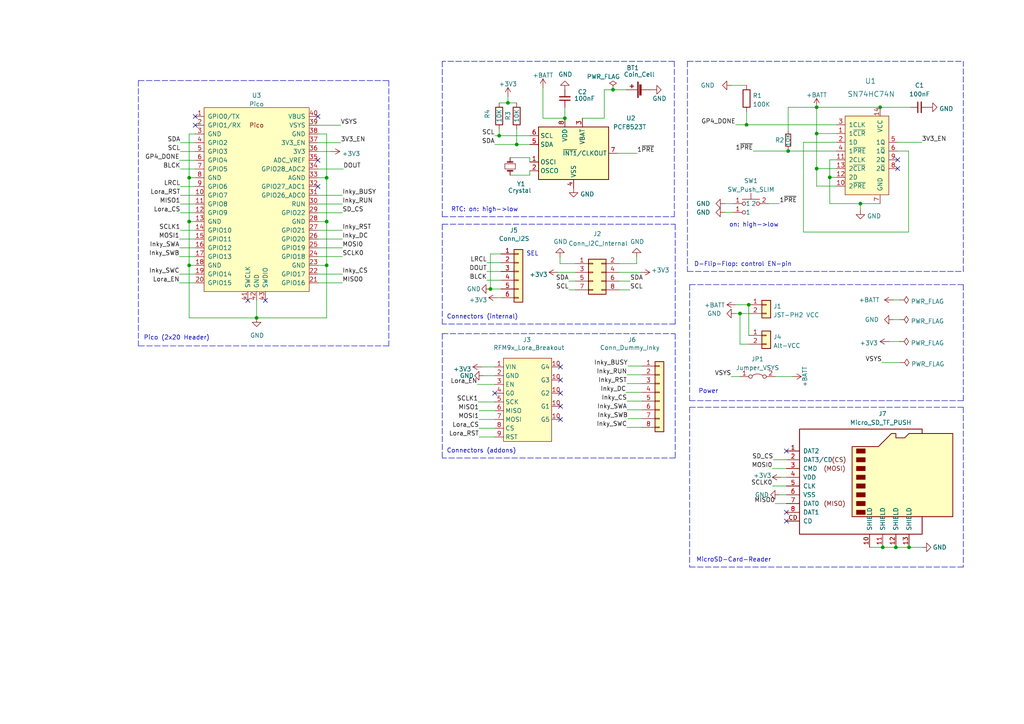
<source format=kicad_sch>
(kicad_sch (version 20211123) (generator eeschema)
  (paper "A4")
  (title_block (title "pico-datalogger") (date "2023-05-12") (rev "0.9") (company "Bernhard Bablok") (comment 1 "https://github.com/bablokb/pcb-pico-datalogger") (comment 2 "https://opendeved.net"))
  (lib_symbols
    (symbol "Connector_Generic:Conn_01x02" (pin_names (offset 1.016) hide)
      (property "Reference" "J" (at 0 2.54 0))
      (property "Value" "Conn_01x02" (at 0 -5.08 0))
      (symbol "Conn_01x02_1_1"
        (rectangle (start -1.27 -2.413) (end 0 -2.667) (stroke (width 0.1524)))
        (rectangle (start -1.27 0.127) (end 0 -0.127) (stroke (width 0.1524)))
        (rectangle (start -1.27 1.27) (end 1.27 -3.81) (stroke (width 0.254)) (fill (type background)))
        (pin passive line (at -5.08 0 0) (length 3.81) (name "Pin_1") (number "1"))
        (pin passive line (at -5.08 -2.54 0) (length 3.81) (name "Pin_2") (number "2"))
      )
    )
    (symbol "Connector_Generic:Conn_01x06" (pin_names (offset 1.016) hide)
      (property "Reference" "J" (at 0 7.62 0))
      (property "Value" "Conn_01x06" (at 0 -10.16 0))
      (symbol "Conn_01x06_1_1"
        (rectangle (start -1.27 -7.493) (end 0 -7.747) (stroke (width 0.1524)))
        (rectangle (start -1.27 -4.953) (end 0 -5.207) (stroke (width 0.1524)))
        (rectangle (start -1.27 -2.413) (end 0 -2.667) (stroke (width 0.1524)))
        (rectangle (start -1.27 0.127) (end 0 -0.127) (stroke (width 0.1524)))
        (rectangle (start -1.27 2.667) (end 0 2.413) (stroke (width 0.1524)))
        (rectangle (start -1.27 5.207) (end 0 4.953) (stroke (width 0.1524)))
        (rectangle (start -1.27 6.35) (end 1.27 -8.89) (stroke (width 0.254)) (fill (type background)))
        (pin passive line (at -5.08 5.08 0) (length 3.81) (name "Pin_1") (number "1"))
        (pin passive line (at -5.08 2.54 0) (length 3.81) (name "Pin_2") (number "2"))
        (pin passive line (at -5.08 0 0) (length 3.81) (name "Pin_3") (number "3"))
        (pin passive line (at -5.08 -2.54 0) (length 3.81) (name "Pin_4") (number "4"))
        (pin passive line (at -5.08 -5.08 0) (length 3.81) (name "Pin_5") (number "5"))
        (pin passive line (at -5.08 -7.62 0) (length 3.81) (name "Pin_6") (number "6"))
      )
    )
    (symbol "Connector_Generic:Conn_01x08" (pin_names (offset 1.016) hide)
      (property "Reference" "J" (at 0 10.16 0))
      (property "Value" "Conn_01x08" (at 0 -12.7 0))
      (symbol "Conn_01x08_1_1"
        (rectangle (start -1.27 -10.033) (end 0 -10.287) (stroke (width 0.1524)))
        (rectangle (start -1.27 -7.493) (end 0 -7.747) (stroke (width 0.1524)))
        (rectangle (start -1.27 -4.953) (end 0 -5.207) (stroke (width 0.1524)))
        (rectangle (start -1.27 -2.413) (end 0 -2.667) (stroke (width 0.1524)))
        (rectangle (start -1.27 0.127) (end 0 -0.127) (stroke (width 0.1524)))
        (rectangle (start -1.27 2.667) (end 0 2.413) (stroke (width 0.1524)))
        (rectangle (start -1.27 5.207) (end 0 4.953) (stroke (width 0.1524)))
        (rectangle (start -1.27 7.747) (end 0 7.493) (stroke (width 0.1524)))
        (rectangle (start -1.27 8.89) (end 1.27 -11.43) (stroke (width 0.254)) (fill (type background)))
        (pin passive line (at -5.08 7.62 0) (length 3.81) (name "Pin_1") (number "1"))
        (pin passive line (at -5.08 5.08 0) (length 3.81) (name "Pin_2") (number "2"))
        (pin passive line (at -5.08 2.54 0) (length 3.81) (name "Pin_3") (number "3"))
        (pin passive line (at -5.08 0 0) (length 3.81) (name "Pin_4") (number "4"))
        (pin passive line (at -5.08 -2.54 0) (length 3.81) (name "Pin_5") (number "5"))
        (pin passive line (at -5.08 -5.08 0) (length 3.81) (name "Pin_6") (number "6"))
        (pin passive line (at -5.08 -7.62 0) (length 3.81) (name "Pin_7") (number "7"))
        (pin passive line (at -5.08 -10.16 0) (length 3.81) (name "Pin_8") (number "8"))
      )
    )
    (symbol "Connector_Generic:Conn_02x04_Odd_Even" (pin_names (offset 1.016) hide)
      (property "Reference" "J" (at 1.27 5.08 0))
      (property "Value" "Conn_02x04_Odd_Even" (at 1.27 -7.62 0))
      (symbol "Conn_02x04_Odd_Even_1_1"
        (rectangle (start -1.27 -4.953) (end 0 -5.207) (stroke (width 0.1524)))
        (rectangle (start -1.27 -2.413) (end 0 -2.667) (stroke (width 0.1524)))
        (rectangle (start -1.27 0.127) (end 0 -0.127) (stroke (width 0.1524)))
        (rectangle (start -1.27 2.667) (end 0 2.413) (stroke (width 0.1524)))
        (rectangle (start -1.27 3.81) (end 3.81 -6.35) (stroke (width 0.254)) (fill (type background)))
        (rectangle (start 3.81 -4.953) (end 2.54 -5.207) (stroke (width 0.1524)))
        (rectangle (start 3.81 -2.413) (end 2.54 -2.667) (stroke (width 0.1524)))
        (rectangle (start 3.81 0.127) (end 2.54 -0.127) (stroke (width 0.1524)))
        (rectangle (start 3.81 2.667) (end 2.54 2.413) (stroke (width 0.1524)))
        (pin passive line (at -5.08 2.54 0) (length 3.81) (name "Pin_1") (number "1"))
        (pin passive line (at 7.62 2.54 180) (length 3.81) (name "Pin_2") (number "2"))
        (pin passive line (at -5.08 0 0) (length 3.81) (name "Pin_3") (number "3"))
        (pin passive line (at 7.62 0 180) (length 3.81) (name "Pin_4") (number "4"))
        (pin passive line (at -5.08 -2.54 0) (length 3.81) (name "Pin_5") (number "5"))
        (pin passive line (at 7.62 -2.54 180) (length 3.81) (name "Pin_6") (number "6"))
        (pin passive line (at -5.08 -5.08 0) (length 3.81) (name "Pin_7") (number "7"))
        (pin passive line (at 7.62 -5.08 180) (length 3.81) (name "Pin_8") (number "8"))
      )
    )
    (symbol "Device:Battery_Cell" (pin_numbers hide) (pin_names (offset 0) hide)
      (property "Reference" "BT" (at 2.54 2.54 0))
      (property "Value" "Battery_Cell" (at 2.54 0 0))
      (symbol "Battery_Cell_0_1"
        (rectangle (start -2.286 1.778) (end 2.286 1.524) (fill (type outline)))
        (rectangle (start -1.5748 1.1938) (end 1.4732 0.6858) (fill (type outline)))
        (polyline (pts (xy 0 0.762) (xy 0 0)))
        (polyline (pts (xy 0 1.778) (xy 0 2.54)))
        (polyline (pts (xy 0.508 3.429) (xy 1.524 3.429)) (stroke (width 0.254)))
        (polyline (pts (xy 1.016 3.937) (xy 1.016 2.921)) (stroke (width 0.254)))
      )
      (symbol "Battery_Cell_1_1"
        (pin passive line (at 0 5.08 270) (length 2.54) (name "+") (number "1"))
        (pin passive line (at 0 -2.54 90) (length 2.54) (name "-") (number "2"))
      )
    )
    (symbol "Device:C_Small" (pin_numbers hide) (pin_names (offset 0.254) hide)
      (property "Reference" "C" (at 0.254 1.778 0))
      (property "Value" "C_Small" (at 0.254 -2.032 0))
      (symbol "C_Small_0_1"
        (polyline (pts (xy -1.524 -0.508) (xy 1.524 -0.508)) (stroke (width 0.3302)))
        (polyline (pts (xy -1.524 0.508) (xy 1.524 0.508)) (stroke (width 0.3048)))
      )
      (symbol "C_Small_1_1"
        (pin passive line (at 0 2.54 270) (length 2.032) (name "~") (number "1"))
        (pin passive line (at 0 -2.54 90) (length 2.032) (name "~") (number "2"))
      )
    )
    (symbol "Device:Crystal_Small" (pin_numbers hide) (pin_names (offset 1.016) hide)
      (property "Reference" "Y" (at 0 2.54 0))
      (property "Value" "Crystal_Small" (at 0 -2.54 0))
      (symbol "Crystal_Small_0_1"
        (rectangle (start -0.762 -1.524) (end 0.762 1.524))
        (polyline (pts (xy -1.27 -0.762) (xy -1.27 0.762)) (stroke (width 0.381)))
        (polyline (pts (xy 1.27 -0.762) (xy 1.27 0.762)) (stroke (width 0.381)))
      )
      (symbol "Crystal_Small_1_1"
        (pin passive line (at -2.54 0 0) (length 1.27) (name "1") (number "1"))
        (pin passive line (at 2.54 0 180) (length 1.27) (name "2") (number "2"))
      )
    )
    (symbol "Device:R" (pin_numbers hide) (pin_names (offset 0))
      (property "Reference" "R" (at 2.032 0 90))
      (property "Value" "R" (at 0 0 90))
      (symbol "R_0_1"
        (rectangle (start -1.016 -2.54) (end 1.016 2.54) (stroke (width 0.254)))
      )
      (symbol "R_1_1"
        (pin passive line (at 0 3.81 270) (length 1.27) (name "~") (number "1"))
        (pin passive line (at 0 -3.81 90) (length 1.27) (name "~") (number "2"))
      )
    )
    (symbol "Device:R_Small" (pin_numbers hide) (pin_names (offset 0.254) hide)
      (property "Reference" "R" (at 0.762 0.508 0))
      (property "Value" "R_Small" (at 0.762 -1.016 0))
      (symbol "R_Small_0_1"
        (rectangle (start -0.762 1.778) (end 0.762 -1.778) (stroke (width 0.2032)))
      )
      (symbol "R_Small_1_1"
        (pin passive line (at 0 2.54 270) (length 0.762) (name "~") (number "1"))
        (pin passive line (at 0 -2.54 90) (length 0.762) (name "~") (number "2"))
      )
    )
    (symbol "Jumper:Jumper_2_Bridged" (pin_names (offset 0) hide)
      (property "Reference" "JP" (at 0 1.905 0))
      (property "Value" "Jumper_2_Bridged" (at 0 -2.54 0))
      (symbol "Jumper_2_Bridged_0_0"
        (circle (center -2.032 0) (radius 0.508))
        (circle (center 2.032 0) (radius 0.508))
      )
      (symbol "Jumper_2_Bridged_0_1"
        (arc (start 1.524 0.254) (mid 0 0.762) (end -1.524 0.254))
      )
      (symbol "Jumper_2_Bridged_1_1"
        (pin passive line (at -5.08 0 0) (length 2.54) (name "A") (number "1"))
        (pin passive line (at 5.08 0 180) (length 2.54) (name "B") (number "2"))
      )
    )
    (symbol "Timer_RTC:PCF8523T"
      (property "Reference" "U" (at -10.16 8.89 0))
      (property "Value" "PCF8523T" (at 3.81 8.89 0))
      (symbol "PCF8523T_0_1"
        (rectangle (start -10.16 7.62) (end 10.16 -7.62) (stroke (width 0.254)) (fill (type background)))
      )
      (symbol "PCF8523T_1_1"
        (pin input line (at -12.7 -2.54 0) (length 2.54) (name "OSCI") (number "1"))
        (pin output line (at -12.7 -5.08 0) (length 2.54) (name "OSCO") (number "2"))
        (pin power_in line (at 2.54 10.16 270) (length 2.54) (name "VBAT") (number "3"))
        (pin power_in line (at 0 -10.16 90) (length 2.54) (name "VSS") (number "4"))
        (pin bidirectional line (at -12.7 2.54 0) (length 2.54) (name "SDA") (number "5"))
        (pin input line (at -12.7 5.08 0) (length 2.54) (name "SCL") (number "6"))
        (pin open_collector line (at 12.7 0 180) (length 2.54) (name "~{INT1}/CLKOUT") (number "7"))
        (pin power_in line (at -2.54 10.16 270) (length 2.54) (name "VDD") (number "8"))
      )
    )
    (symbol "power:+3V3" (power) (pin_names (offset 0))
      (property "Value" "+3V3" (at 0 3.556 0))
      (symbol "+3V3_0_1"
        (polyline (pts (xy -0.762 1.27) (xy 0 2.54)))
        (polyline (pts (xy 0 0) (xy 0 2.54)))
        (polyline (pts (xy 0 2.54) (xy 0.762 1.27)))
      )
      (symbol "+3V3_1_1"
        (pin power_in line (at 0 0 90) (length 0) hide (name "+3V3") (number "1"))
      )
    )
    (symbol "power:+BATT" (power) (pin_names (offset 0))
      (property "Value" "+BATT" (at 0 3.556 0))
      (symbol "+BATT_0_1"
        (polyline (pts (xy -0.762 1.27) (xy 0 2.54)))
        (polyline (pts (xy 0 0) (xy 0 2.54)))
        (polyline (pts (xy 0 2.54) (xy 0.762 1.27)))
      )
      (symbol "+BATT_1_1"
        (pin power_in line (at 0 0 90) (length 0) hide (name "+BATT") (number "1"))
      )
    )
    (symbol "power:GND" (power) (pin_names (offset 0))
      (property "Value" "GND" (at 0 -3.81 0))
      (symbol "GND_0_1"
        (polyline (pts (xy 0 0) (xy 0 -1.27) (xy 1.27 -1.27) (xy 0 -2.54) (xy -1.27 -1.27) (xy 0 -1.27)))
      )
      (symbol "GND_1_1"
        (pin power_in line (at 0 0 270) (length 0) hide (name "GND") (number "1"))
      )
    )
    (symbol "power:PWR_FLAG" (power) (pin_numbers hide) (pin_names (offset 0) hide)
      (property "Value" "PWR_FLAG" (at 0 3.81 0))
      (symbol "PWR_FLAG_0_0"
        (pin power_out line (at 0 0 90) (length 0) (name "pwr") (number "1"))
      )
      (symbol "PWR_FLAG_0_1"
        (polyline (pts (xy 0 0) (xy 0 1.27) (xy -1.016 1.905) (xy 0 2.54) (xy 1.016 1.905) (xy 0 1.27)))
      )
    )
    (symbol "user:Micro_SD_TF_PUSH" (pin_names (offset 1.016))
      (property "Reference" "J" (at -16.51 15.24 0))
      (property "Value" "Micro_SD_TF_PUSH" (at 16.51 15.24 0))
      (symbol "Micro_SD_TF_PUSH_0_0"
        (text "(CS)" (at -7.62 5.08 0) (effects (font (size 1.27 1.27))))
        (text "(MISO)" (at -8.89 -7.62 0) (effects (font (size 1.27 1.27))))
        (text "(MOSI)" (at -8.89 2.54 0) (effects (font (size 1.27 1.27))))
      )
      (symbol "Micro_SD_TF_PUSH_0_1"
        (rectangle (start -2.54 -9.525) (end 0 -10.795) (fill (type outline)))
        (rectangle (start -2.54 -6.985) (end 0 -8.255) (fill (type outline)))
        (rectangle (start -2.54 -4.445) (end 0 -5.715) (fill (type outline)))
        (rectangle (start -2.54 -1.905) (end 0 -3.175) (fill (type outline)))
        (rectangle (start -2.54 0.635) (end 0 -0.635) (fill (type outline)))
        (rectangle (start -2.54 3.175) (end 0 1.905) (fill (type outline)))
        (rectangle (start -2.54 5.715) (end 0 4.445) (fill (type outline)))
        (rectangle (start -2.54 8.255) (end 0 6.985) (fill (type outline)))
        (polyline (pts (xy 16.51 12.7) (xy 16.51 13.97) (xy -19.05 13.97) (xy -19.05 -16.51) (xy 16.51 -16.51) (xy 16.51 -11.43)) (stroke (width 0.254)))
        (polyline (pts (xy -3.81 -11.43) (xy -3.81 8.89) (xy 3.81 8.89) (xy 7.62 12.7) (xy 8.89 12.7) (xy 8.89 11.43) (xy 11.43 11.43) (xy 12.7 12.7) (xy 25.4 12.7) (xy 25.4 -11.43) (xy -3.81 -11.43)) (stroke (width 0.254)) (fill (type background)))
      )
      (symbol "Micro_SD_TF_PUSH_1_1"
        (pin bidirectional line (at -22.86 7.62 0) (length 3.81) (name "DAT2") (number "1"))
        (pin passive line (at 1.27 -20.32 90) (length 3.81) (name "SHIELD") (number "10"))
        (pin passive line (at 5.08 -20.32 90) (length 3.81) (name "SHIELD") (number "11"))
        (pin passive line (at 8.89 -20.32 90) (length 3.81) (name "SHIELD") (number "12"))
        (pin passive line (at 12.7 -20.32 90) (length 3.81) (name "SHIELD") (number "13"))
        (pin bidirectional line (at -22.86 5.08 0) (length 3.81) (name "DAT3/CD") (number "2"))
        (pin input line (at -22.86 2.54 0) (length 3.81) (name "CMD") (number "3"))
        (pin power_in line (at -22.86 0 0) (length 3.81) (name "VDD") (number "4"))
        (pin input line (at -22.86 -2.54 0) (length 3.81) (name "CLK") (number "5"))
        (pin power_in line (at -22.86 -5.08 0) (length 3.81) (name "VSS") (number "6"))
        (pin bidirectional line (at -22.86 -7.62 0) (length 3.81) (name "DAT0") (number "7"))
        (pin bidirectional line (at -22.86 -10.16 0) (length 3.81) (name "DAT1") (number "8"))
        (pin bidirectional line (at -22.86 -12.7 0) (length 3.81) (name "CD") (number "CD"))
      )
    )
    (symbol "user:Pico" (pin_names (offset 1.016))
      (property "Reference" "U" (at -13.97 27.94 0))
      (property "Value" "Pico" (at 0 19.05 0))
      (symbol "Pico_0_0"
        (text "Pico" (at 0 21.59 0) (effects (font (size 1.27 1.27))))
      )
      (symbol "Pico_0_1"
        (rectangle (start -15.24 26.67) (end 15.24 -26.67) (fill (type background)))
      )
      (symbol "Pico_1_1"
        (pin bidirectional line (at -17.78 24.13 0) (length 2.54) (name "GPIO0/TX") (number "1"))
        (pin bidirectional line (at -17.78 1.27 0) (length 2.54) (name "GPIO7") (number "10"))
        (pin bidirectional line (at -17.78 -1.27 0) (length 2.54) (name "GPIO8") (number "11"))
        (pin bidirectional line (at -17.78 -3.81 0) (length 2.54) (name "GPIO9") (number "12"))
        (pin power_in line (at -17.78 -6.35 0) (length 2.54) (name "GND") (number "13"))
        (pin bidirectional line (at -17.78 -8.89 0) (length 2.54) (name "GPIO10") (number "14"))
        (pin bidirectional line (at -17.78 -11.43 0) (length 2.54) (name "GPIO11") (number "15"))
        (pin bidirectional line (at -17.78 -13.97 0) (length 2.54) (name "GPIO12") (number "16"))
        (pin bidirectional line (at -17.78 -16.51 0) (length 2.54) (name "GPIO13") (number "17"))
        (pin power_in line (at -17.78 -19.05 0) (length 2.54) (name "GND") (number "18"))
        (pin bidirectional line (at -17.78 -21.59 0) (length 2.54) (name "GPIO14") (number "19"))
        (pin bidirectional line (at -17.78 21.59 0) (length 2.54) (name "GPIO1/RX") (number "2"))
        (pin bidirectional line (at -17.78 -24.13 0) (length 2.54) (name "GPIO15") (number "20"))
        (pin bidirectional line (at 17.78 -24.13 180) (length 2.54) (name "GPIO16") (number "21"))
        (pin bidirectional line (at 17.78 -21.59 180) (length 2.54) (name "GPIO17") (number "22"))
        (pin power_in line (at 17.78 -19.05 180) (length 2.54) (name "GND") (number "23"))
        (pin bidirectional line (at 17.78 -16.51 180) (length 2.54) (name "GPIO18") (number "24"))
        (pin bidirectional line (at 17.78 -13.97 180) (length 2.54) (name "GPIO19") (number "25"))
        (pin bidirectional line (at 17.78 -11.43 180) (length 2.54) (name "GPIO20") (number "26"))
        (pin bidirectional line (at 17.78 -8.89 180) (length 2.54) (name "GPIO21") (number "27"))
        (pin power_in line (at 17.78 -6.35 180) (length 2.54) (name "GND") (number "28"))
        (pin bidirectional line (at 17.78 -3.81 180) (length 2.54) (name "GPIO22") (number "29"))
        (pin power_in line (at -17.78 19.05 0) (length 2.54) (name "GND") (number "3"))
        (pin input line (at 17.78 -1.27 180) (length 2.54) (name "RUN") (number "30"))
        (pin bidirectional line (at 17.78 1.27 180) (length 2.54) (name "GPIO26_ADC0") (number "31"))
        (pin bidirectional line (at 17.78 3.81 180) (length 2.54) (name "GPIO27_ADC1") (number "32"))
        (pin power_in line (at 17.78 6.35 180) (length 2.54) (name "AGND") (number "33"))
        (pin bidirectional line (at 17.78 8.89 180) (length 2.54) (name "GPIO28_ADC2") (number "34"))
        (pin power_in line (at 17.78 11.43 180) (length 2.54) (name "ADC_VREF") (number "35"))
        (pin power_in line (at 17.78 13.97 180) (length 2.54) (name "3V3") (number "36"))
        (pin power_in line (at 17.78 16.51 180) (length 2.54) (name "3V3_EN") (number "37"))
        (pin power_in line (at 17.78 19.05 180) (length 2.54) (name "GND") (number "38"))
        (pin power_in line (at 17.78 21.59 180) (length 2.54) (name "VSYS") (number "39"))
        (pin bidirectional line (at -17.78 16.51 0) (length 2.54) (name "GPIO2") (number "4"))
        (pin power_in line (at 17.78 24.13 180) (length 2.54) (name "VBUS") (number "40"))
        (pin input line (at -2.54 -29.21 90) (length 2.54) (name "SWCLK") (number "41"))
        (pin power_in line (at 0 -29.21 90) (length 2.54) (name "GND") (number "42"))
        (pin bidirectional line (at 2.54 -29.21 90) (length 2.54) (name "SWDIO") (number "43"))
        (pin bidirectional line (at -17.78 13.97 0) (length 2.54) (name "GPIO3") (number "5"))
        (pin bidirectional line (at -17.78 11.43 0) (length 2.54) (name "GPIO4") (number "6"))
        (pin bidirectional line (at -17.78 8.89 0) (length 2.54) (name "GPIO5") (number "7"))
        (pin power_in line (at -17.78 6.35 0) (length 2.54) (name "GND") (number "8"))
        (pin bidirectional line (at -17.78 3.81 0) (length 2.54) (name "GPIO6") (number "9"))
      )
    )
    (symbol "user:RFM9x_Lora_Breakout"
      (property "Reference" "U" (at 6.35 20.32 0))
      (property "Value" "RFM9x_Lora_Breakout" (at 7.62 -8.89 0))
      (symbol "RFM9x_Lora_Breakout_0_1"
        (rectangle (start -1.27 17.78) (end 12.7 -6.35) (stroke (width 0.1524)) (fill (type background)))
      )
      (symbol "RFM9x_Lora_Breakout_1_1"
        (pin power_in line (at -3.81 15.24 0) (length 2.54) (name "VIN") (number "1"))
        (pin bidirectional line (at 15.24 3.81 180) (length 2.54) (name "G1") (number "10"))
        (pin bidirectional line (at 15.24 7.62 180) (length 2.54) (name "G2") (number "10"))
        (pin bidirectional line (at 15.24 11.43 180) (length 2.54) (name "G3") (number "10"))
        (pin bidirectional line (at 15.24 15.24 180) (length 2.54) (name "G4") (number "10"))
        (pin bidirectional line (at 15.24 0 180) (length 2.54) (name "G5") (number "10"))
        (pin power_in line (at -3.81 12.7 0) (length 2.54) (name "GND") (number "2"))
        (pin input line (at -3.81 10.16 0) (length 2.54) (name "EN") (number "3"))
        (pin output line (at -3.81 7.62 0) (length 2.54) (name "G0") (number "4"))
        (pin input line (at -3.81 5.08 0) (length 2.54) (name "SCK") (number "5"))
        (pin output line (at -3.81 2.54 0) (length 2.54) (name "MISO") (number "6"))
        (pin input line (at -3.81 0 0) (length 2.54) (name "MOSI") (number "7"))
        (pin input line (at -3.81 -2.54 0) (length 2.54) (name "CS") (number "8"))
        (pin input line (at -3.81 -5.08 0) (length 2.54) (name "RST") (number "9"))
      )
    )
    (symbol "user:SN74HC74N" (pin_names (offset 1.016))
      (property "Reference" "U" (at -6.35 11.43 0))
      (property "Value" "SN74HC74N" (at -2.54 13.97 0))
      (symbol "SN74HC74N_0_1"
        (rectangle (start -7.62 10.16) (end 5.08 -12.7) (fill (type background)))
      )
      (symbol "SN74HC74N_1_1"
        (pin input line (at -10.16 5.08 0) (length 2.54) (name "1~{CLR}") (number "1"))
        (pin input line (at -10.16 -10.16 0) (length 2.54) (name "2~{PRE}") (number "10"))
        (pin input line (at -10.16 -2.54 0) (length 2.54) (name "2CLK") (number "11"))
        (pin input line (at -10.16 -7.62 0) (length 2.54) (name "2D") (number "12"))
        (pin input line (at -10.16 -5.08 0) (length 2.54) (name "2~{CLR}") (number "13"))
        (pin power_in line (at 2.54 12.7 270) (length 2.54) (name "VCC") (number "14"))
        (pin input line (at -10.16 2.54 0) (length 2.54) (name "1D") (number "2"))
        (pin input line (at -10.16 7.62 0) (length 2.54) (name "1CLK") (number "3"))
        (pin input line (at -10.16 0 0) (length 2.54) (name "1~{PRE}") (number "4"))
        (pin output line (at 7.62 2.54 180) (length 2.54) (name "1Q") (number "5"))
        (pin output line (at 7.62 0 180) (length 2.54) (name "1~{Q}") (number "6"))
        (pin power_in line (at 2.54 -15.24 90) (length 2.54) (name "GND") (number "7"))
        (pin output line (at 7.62 -5.08 180) (length 2.54) (name "2~{Q}") (number "8"))
        (pin output line (at 7.62 -2.54 180) (length 2.54) (name "2Q") (number "9"))
      )
    )
    (symbol "user:SW_Push_SLIM" (pin_names (offset 1.016))
      (property "Reference" "SW" (at 1.27 2.54 0))
      (property "Value" "SW_Push_SLIM" (at 0 -5.08 0))
      (symbol "SW_Push_SLIM_0_1"
        (circle (center -2.032 -2.54) (radius 0.508))
        (circle (center -2.032 0) (radius 0.508))
        (polyline (pts (xy 0 1.27) (xy 0 3.048)))
        (polyline (pts (xy 2.54 1.27) (xy -2.54 1.27)))
        (circle (center 2.032 0) (radius 0.508))
        (pin passive line (at -5.08 -2.54 0) (length 2.54) (name "1") (number "1"))
        (pin passive line (at -5.08 0 0) (length 2.54) (name "1") (number "1"))
        (pin passive line (at 5.08 0 180) (length 2.54) (name "2") (number "2"))
      )
    )
  )
  (junction (at 54.864 51.562))
  (junction (at 94.742 76.962))
  (junction (at 217.17 88.392))
  (junction (at 236.855 31.115))
  (junction (at 54.864 76.962))
  (junction (at 263.652 158.75))
  (junction (at 236.855 48.895))
  (junction (at 94.742 64.262))
  (junction (at 236.855 38.735))
  (junction (at 228.6 43.815))
  (junction (at 255.27 31.115))
  (junction (at 249.555 59.055))
  (junction (at 216.535 36.195))
  (junction (at 142.24 83.82))
  (junction (at 54.864 64.262))
  (junction (at 177.8 26.035))
  (junction (at 94.742 51.562))
  (junction (at 163.83 34.29))
  (junction (at 74.422 92.202))
  (junction (at 256.032 158.75))
  (junction (at 149.86 41.91))
  (junction (at 147.32 29.845))
  (junction (at 144.78 39.37))
  (junction (at 240.665 51.435))
  (junction (at 214.63 90.932))
  (junction (at 259.842 158.75))
  (no_connect (at 228.092 130.81))
  (no_connect (at 76.962 87.122))
  (no_connect (at 92.202 46.482))
  (no_connect (at 162.56 117.856))
  (no_connect (at 56.642 33.782))
  (no_connect (at 228.092 151.13))
  (no_connect (at 162.56 114.046))
  (no_connect (at 162.56 121.666))
  (no_connect (at 71.882 87.122))
  (no_connect (at 56.642 36.322))
  (no_connect (at 260.35 46.355))
  (no_connect (at 260.35 48.895))
  (no_connect (at 228.092 148.59))
  (no_connect (at 162.56 110.236))
  (no_connect (at 92.202 33.782))
  (no_connect (at 143.51 114.046))
  (no_connect (at 162.56 106.426))
  (no_connect (at 92.202 54.102))
  (polyline (pts (xy 195.834 93.98) (xy 128.27 93.98)))
  (wire (pts (xy 143.51 39.37) (xy 144.78 39.37)))
  (wire (pts (xy 92.202 36.322) (xy 98.806 36.322)))
  (wire (pts (xy 138.938 121.666) (xy 143.51 121.666)))
  (wire (pts (xy 141.224 76.2) (xy 145.288 76.2)))
  (wire (pts (xy 56.642 38.862) (xy 54.864 38.862)))
  (wire (pts (xy 259.08 86.995) (xy 260.985 86.995)))
  (wire (pts (xy 236.855 38.735) (xy 236.855 31.115)))
  (wire (pts (xy 138.684 116.586) (xy 143.51 116.586)))
  (polyline (pts (xy 195.58 62.865) (xy 195.58 17.78)))
  (wire (pts (xy 138.938 119.126) (xy 143.51 119.126)))
  (wire (pts (xy 181.864 111.252) (xy 186.182 111.252)))
  (wire (pts (xy 242.57 38.735) (xy 236.855 38.735)))
  (polyline (pts (xy 195.58 17.78) (xy 128.27 17.78)))
  (wire (pts (xy 52.324 66.802) (xy 56.642 66.802)))
  (wire (pts (xy 52.324 54.102) (xy 56.642 54.102)))
  (wire (pts (xy 163.83 31.115) (xy 163.83 34.29)))
  (wire (pts (xy 142.24 83.82) (xy 142.24 73.66)))
  (polyline (pts (xy 128.27 65.024) (xy 195.834 65.024)))
  (wire (pts (xy 218.44 43.815) (xy 228.6 43.815)))
  (polyline (pts (xy 40.132 23.368) (xy 40.132 100.33)))
  (wire (pts (xy 181.864 108.712) (xy 186.182 108.712)))
  (polyline (pts (xy 112.776 23.368) (xy 112.776 100.33)))
  (wire (pts (xy 99.314 66.802) (xy 92.202 66.802)))
  (wire (pts (xy 54.864 76.962) (xy 56.642 76.962)))
  (wire (pts (xy 182.118 106.172) (xy 186.182 106.172)))
  (wire (pts (xy 181.61 113.792) (xy 186.182 113.792)))
  (wire (pts (xy 214.63 90.932) (xy 214.63 99.822)))
  (wire (pts (xy 161.798 78.994) (xy 166.878 78.994)))
  (wire (pts (xy 138.43 111.506) (xy 143.51 111.506)))
  (wire (pts (xy 54.864 64.262) (xy 56.642 64.262)))
  (wire (pts (xy 141.224 81.28) (xy 145.288 81.28)))
  (wire (pts (xy 217.17 99.822) (xy 214.63 99.822)))
  (wire (pts (xy 242.57 53.975) (xy 236.855 53.975)))
  (wire (pts (xy 54.864 51.562) (xy 56.642 51.562)))
  (polyline (pts (xy 128.27 62.865) (xy 195.58 62.865)))
  (wire (pts (xy 52.324 59.182) (xy 56.642 59.182)))
  (wire (pts (xy 184.785 44.45) (xy 179.07 44.45)))
  (wire (pts (xy 94.742 64.262) (xy 94.742 76.962)))
  (polyline (pts (xy 128.27 96.774) (xy 195.834 96.774)))
  (wire (pts (xy 99.314 59.182) (xy 92.202 59.182)))
  (polyline (pts (xy 199.39 17.78) (xy 199.39 78.74)))
  (wire (pts (xy 216.535 36.195) (xy 242.57 36.195)))
  (wire (pts (xy 142.24 73.66) (xy 145.288 73.66)))
  (wire (pts (xy 139.7 106.426) (xy 143.51 106.426)))
  (wire (pts (xy 99.314 74.422) (xy 92.202 74.422)))
  (wire (pts (xy 99.568 49.022) (xy 92.202 49.022)))
  (wire (pts (xy 138.938 126.746) (xy 143.51 126.746)))
  (wire (pts (xy 236.855 31.115) (xy 255.27 31.115)))
  (wire (pts (xy 94.742 38.862) (xy 94.742 51.562)))
  (wire (pts (xy 166.878 76.454) (xy 162.433 76.454)))
  (wire (pts (xy 74.422 87.122) (xy 74.422 92.202)))
  (wire (pts (xy 181.864 123.952) (xy 186.182 123.952)))
  (wire (pts (xy 185.928 78.994) (xy 179.578 78.994)))
  (wire (pts (xy 229.87 109.22) (xy 224.79 109.22)))
  (wire (pts (xy 226.06 143.51) (xy 228.092 143.51)))
  (wire (pts (xy 92.202 64.262) (xy 94.742 64.262)))
  (wire (pts (xy 252.222 158.75) (xy 256.032 158.75)))
  (wire (pts (xy 52.324 61.722) (xy 56.642 61.722)))
  (wire (pts (xy 181.864 118.872) (xy 186.182 118.872)))
  (wire (pts (xy 242.57 48.895) (xy 236.855 48.895)))
  (wire (pts (xy 94.742 76.962) (xy 94.742 92.202)))
  (wire (pts (xy 263.525 67.31) (xy 233.045 67.31)))
  (wire (pts (xy 267.335 41.275) (xy 260.35 41.275)))
  (wire (pts (xy 224.028 135.89) (xy 228.092 135.89)))
  (wire (pts (xy 94.742 92.202) (xy 74.422 92.202)))
  (wire (pts (xy 96.012 43.942) (xy 92.202 43.942)))
  (wire (pts (xy 141.224 78.74) (xy 145.288 78.74)))
  (wire (pts (xy 99.314 61.722) (xy 92.202 61.722)))
  (wire (pts (xy 52.324 41.402) (xy 56.642 41.402)))
  (wire (pts (xy 92.202 41.402) (xy 98.806 41.402)))
  (wire (pts (xy 144.272 86.36) (xy 145.288 86.36)))
  (wire (pts (xy 182.753 81.534) (xy 179.578 81.534)))
  (wire (pts (xy 224.79 146.05) (xy 228.092 146.05)))
  (polyline (pts (xy 279.4 118.11) (xy 279.4 164.465)))
  (wire (pts (xy 52.07 71.882) (xy 56.642 71.882)))
  (wire (pts (xy 214.63 90.932) (xy 217.17 90.932)))
  (wire (pts (xy 138.938 124.206) (xy 143.51 124.206)))
  (polyline (pts (xy 200.025 82.55) (xy 279.4 82.55)))
  (wire (pts (xy 164.973 81.534) (xy 166.878 81.534)))
  (wire (pts (xy 147.955 45.72) (xy 153.67 45.72)))
  (polyline (pts (xy 200.025 118.11) (xy 279.4 118.11)))
  (wire (pts (xy 249.555 60.96) (xy 249.555 59.055)))
  (wire (pts (xy 52.324 43.942) (xy 56.642 43.942)))
  (wire (pts (xy 54.864 38.862) (xy 54.864 51.562)))
  (wire (pts (xy 255.778 105.156) (xy 261.112 105.156)))
  (polyline (pts (xy 200.025 82.55) (xy 200.025 116.205)))
  (wire (pts (xy 240.665 46.355) (xy 242.57 46.355)))
  (wire (pts (xy 263.652 158.75) (xy 267.462 158.75)))
  (wire (pts (xy 157.48 25.4) (xy 157.48 34.29)))
  (polyline (pts (xy 40.132 23.368) (xy 112.776 23.368)))
  (wire (pts (xy 52.324 49.022) (xy 56.642 49.022)))
  (wire (pts (xy 216.535 32.385) (xy 216.535 36.195)))
  (wire (pts (xy 144.78 29.845) (xy 147.32 29.845)))
  (wire (pts (xy 212.09 109.22) (xy 214.63 109.22)))
  (wire (pts (xy 168.91 34.29) (xy 175.26 34.29)))
  (polyline (pts (xy 128.27 65.024) (xy 128.27 93.98)))
  (wire (pts (xy 236.855 48.895) (xy 236.855 38.735)))
  (wire (pts (xy 213.36 88.392) (xy 217.17 88.392)))
  (wire (pts (xy 233.045 67.31) (xy 233.045 41.275)))
  (wire (pts (xy 99.314 79.502) (xy 92.202 79.502)))
  (wire (pts (xy 263.525 43.815) (xy 263.525 67.31)))
  (wire (pts (xy 177.8 26.035) (xy 181.61 26.035)))
  (polyline (pts (xy 195.834 96.774) (xy 195.834 132.842)))
  (wire (pts (xy 153.67 49.53) (xy 153.67 50.8)))
  (wire (pts (xy 92.202 38.862) (xy 94.742 38.862)))
  (wire (pts (xy 52.07 69.342) (xy 56.642 69.342)))
  (wire (pts (xy 224.028 140.97) (xy 228.092 140.97)))
  (wire (pts (xy 92.202 51.562) (xy 94.742 51.562)))
  (wire (pts (xy 92.202 76.962) (xy 94.742 76.962)))
  (polyline (pts (xy 279.4 78.74) (xy 279.4 17.78)))
  (wire (pts (xy 99.314 69.342) (xy 92.202 69.342)))
  (wire (pts (xy 52.324 56.642) (xy 56.642 56.642)))
  (wire (pts (xy 153.67 46.99) (xy 153.67 45.72)))
  (wire (pts (xy 182.753 84.074) (xy 179.578 84.074)))
  (wire (pts (xy 144.78 37.465) (xy 144.78 39.37)))
  (wire (pts (xy 182.118 121.412) (xy 186.182 121.412)))
  (wire (pts (xy 210.185 59.055) (xy 212.725 59.055)))
  (wire (pts (xy 99.314 71.882) (xy 92.202 71.882)))
  (wire (pts (xy 99.314 56.642) (xy 92.202 56.642)))
  (polyline (pts (xy 128.27 17.78) (xy 128.27 62.865)))
  (wire (pts (xy 54.864 76.962) (xy 54.864 92.202)))
  (wire (pts (xy 226.06 59.055) (xy 222.885 59.055)))
  (wire (pts (xy 260.985 99.06) (xy 257.81 99.06)))
  (wire (pts (xy 149.86 41.91) (xy 153.67 41.91)))
  (wire (pts (xy 226.568 138.43) (xy 228.092 138.43)))
  (wire (pts (xy 52.07 74.422) (xy 56.642 74.422)))
  (wire (pts (xy 54.864 64.262) (xy 54.864 76.962)))
  (wire (pts (xy 52.07 79.502) (xy 56.642 79.502)))
  (wire (pts (xy 233.045 41.275) (xy 242.57 41.275)))
  (wire (pts (xy 255.27 59.055) (xy 249.555 59.055)))
  (wire (pts (xy 164.973 84.074) (xy 166.878 84.074)))
  (wire (pts (xy 179.578 76.454) (xy 184.658 76.454)))
  (wire (pts (xy 228.6 43.18) (xy 228.6 43.815)))
  (wire (pts (xy 145.288 83.82) (xy 142.24 83.82)))
  (wire (pts (xy 212.09 24.765) (xy 216.535 24.765)))
  (wire (pts (xy 224.282 133.35) (xy 228.092 133.35)))
  (wire (pts (xy 147.32 29.845) (xy 149.86 29.845)))
  (polyline (pts (xy 128.27 96.774) (xy 128.27 132.842)))
  (wire (pts (xy 157.48 34.29) (xy 163.83 34.29)))
  (polyline (pts (xy 195.834 132.842) (xy 128.27 132.842)))
  (wire (pts (xy 228.6 43.815) (xy 242.57 43.815)))
  (polyline (pts (xy 195.834 65.024) (xy 195.834 93.98)))
  (polyline (pts (xy 112.776 100.33) (xy 40.132 100.33)))
  (wire (pts (xy 240.665 59.055) (xy 240.665 51.435)))
  (wire (pts (xy 228.6 31.115) (xy 236.855 31.115)))
  (polyline (pts (xy 279.4 82.55) (xy 279.4 116.205)))
  (wire (pts (xy 259.842 158.75) (xy 263.652 158.75)))
  (wire (pts (xy 162.433 76.454) (xy 162.433 74.549)))
  (polyline (pts (xy 279.4 164.465) (xy 200.025 164.465)))
  (wire (pts (xy 175.26 34.29) (xy 175.26 26.035)))
  (wire (pts (xy 147.32 29.845) (xy 147.32 27.94)))
  (wire (pts (xy 54.864 92.202) (xy 74.422 92.202)))
  (wire (pts (xy 255.27 31.115) (xy 264.16 31.115)))
  (wire (pts (xy 52.07 82.042) (xy 56.642 82.042)))
  (wire (pts (xy 213.36 36.195) (xy 216.535 36.195)))
  (wire (pts (xy 236.855 53.975) (xy 236.855 48.895)))
  (wire (pts (xy 260.985 92.71) (xy 259.08 92.71)))
  (wire (pts (xy 94.742 51.562) (xy 94.742 64.262)))
  (wire (pts (xy 143.51 41.91) (xy 149.86 41.91)))
  (wire (pts (xy 217.17 88.392) (xy 217.17 97.282)))
  (wire (pts (xy 149.86 37.465) (xy 149.86 41.91)))
  (wire (pts (xy 140.208 108.966) (xy 143.51 108.966)))
  (wire (pts (xy 54.864 51.562) (xy 54.864 64.262)))
  (wire (pts (xy 175.26 26.035) (xy 177.8 26.035)))
  (wire (pts (xy 228.6 38.1) (xy 228.6 31.115)))
  (wire (pts (xy 263.525 43.815) (xy 260.35 43.815)))
  (wire (pts (xy 249.555 59.055) (xy 240.665 59.055)))
  (polyline (pts (xy 200.025 118.11) (xy 200.025 164.465)))
  (wire (pts (xy 181.864 116.332) (xy 186.182 116.332)))
  (wire (pts (xy 210.185 61.595) (xy 212.725 61.595)))
  (wire (pts (xy 256.032 158.75) (xy 259.842 158.75)))
  (wire (pts (xy 213.36 90.932) (xy 214.63 90.932)))
  (wire (pts (xy 144.78 39.37) (xy 153.67 39.37)))
  (wire (pts (xy 184.658 76.454) (xy 184.658 74.549)))
  (wire (pts (xy 99.314 82.042) (xy 92.202 82.042)))
  (polyline (pts (xy 199.39 78.74) (xy 279.4 78.74)))
  (polyline (pts (xy 199.39 17.78) (xy 279.4 17.78)))
  (wire (pts (xy 240.665 51.435) (xy 242.57 51.435)))
  (wire (pts (xy 153.67 50.8) (xy 147.955 50.8)))
  (wire (pts (xy 240.665 51.435) (xy 240.665 46.355)))
  (polyline (pts (xy 279.4 116.205) (xy 200.025 116.205)))
  (wire (pts (xy 52.07 46.482) (xy 56.642 46.482)))
  (text "Power" (at 202.565 114.3 0) (effects (font (size 1.27 1.27)) (justify left bottom)))
  (text "Pico (2x20 Header)" (at 41.656 98.806 0) (effects (font (size 1.27 1.27)) (justify left bottom)))
  (text "D-Flip-Flop: control EN-pin" (at 201.295 77.47 0) (effects (font (size 1.27 1.27)) (justify left bottom)))
  (text "SEL" (at 152.654 74.422 0) (effects (font (size 1.27 1.27)) (justify left bottom)))
  (text "RTC: on: high->low" (at 130.81 61.595 0) (effects (font (size 1.27 1.27)) (justify left bottom)))
  (text "Connectors (addons)" (at 129.54 131.572 0) (effects (font (size 1.27 1.27)) (justify left bottom)))
  (text "MicroSD-Card-Reader" (at 201.93 163.195 0) (effects (font (size 1.27 1.27)) (justify left bottom)))
  (text "Connectors (internal)" (at 129.54 92.71 0) (effects (font (size 1.27 1.27)) (justify left bottom)))
  (text "on: high->low" (at 211.455 66.04 0) (effects (font (size 1.27 1.27)) (justify left bottom)))
  (label "SCLK0" (at 224.028 140.97 180))
  (label "Lora_CS" (at 138.938 124.206 180))
  (label "Inky_SWB" (at 182.118 121.412 180))
  (label "SCL" (at 164.973 84.074 180))
  (label "SDA" (at 52.324 41.402 180))
  (label "Inky_DC" (at 99.314 69.342 0))
  (label "SCL" (at 182.753 84.074 0))
  (label "MISO1" (at 52.324 59.182 180))
  (label "MOSI1" (at 138.938 121.666 180))
  (label "VSYS" (at 98.806 36.322 0))
  (label "MOSI0" (at 99.314 71.882 0))
  (label "SCLK1" (at 138.684 116.586 180))
  (label "Inky_SWC" (at 181.864 123.952 180))
  (label "SDA" (at 164.973 81.534 180))
  (label "1~{PRE}" (at 226.06 59.055 0))
  (label "VSYS" (at 212.09 109.22 180))
  (label "SCL" (at 52.324 43.942 180))
  (label "MISO1" (at 138.938 119.126 180))
  (label "Lora_RST" (at 52.324 56.642 180))
  (label "Inky_DC" (at 181.61 113.792 180))
  (label "1~{PRE}" (at 218.44 43.815 180))
  (label "SD_CS" (at 99.314 61.722 0))
  (label "DOUT" (at 141.224 78.74 180))
  (label "Lora_RST" (at 138.938 126.746 180))
  (label "BLCK" (at 141.224 81.28 180))
  (label "Inky_RST" (at 181.864 111.252 180))
  (label "Inky_RUN" (at 181.864 108.712 180))
  (label "LRCL" (at 141.224 76.2 180))
  (label "VSYS" (at 255.778 105.156 180))
  (label "SCL" (at 143.51 39.37 180))
  (label "3V3_EN" (at 98.806 41.402 0))
  (label "3V3_EN" (at 267.335 41.275 0))
  (label "GP4_DONE" (at 213.36 36.195 180))
  (label "Inky_SWA" (at 181.864 118.872 180))
  (label "MISO0" (at 99.314 82.042 0))
  (label "1~{PRE}" (at 184.785 44.45 0))
  (label "SD_CS" (at 224.282 133.35 180))
  (label "Inky_BUSY" (at 182.118 106.172 180))
  (label "Lora_EN" (at 52.07 82.042 180))
  (label "Inky_CS" (at 181.864 116.332 180))
  (label "GP4_DONE" (at 52.07 46.482 180))
  (label "Inky_SWB" (at 52.07 74.422 180))
  (label "SDA" (at 182.753 81.534 0))
  (label "SCLK1" (at 52.324 66.802 180))
  (label "Lora_CS" (at 52.324 61.722 180))
  (label "BLCK" (at 52.324 49.022 180))
  (label "Inky_RUN" (at 99.314 59.182 0))
  (label "MISO0" (at 224.79 146.05 180))
  (label "LRCL" (at 52.324 54.102 180))
  (label "Inky_SWA" (at 52.07 71.882 180))
  (label "Inky_BUSY" (at 99.314 56.642 0))
  (label "Inky_RST" (at 99.314 66.802 0))
  (label "MOSI0" (at 224.028 135.89 180))
  (label "SDA" (at 143.51 41.91 180))
  (label "Inky_CS" (at 99.314 79.502 0))
  (label "Lora_EN" (at 138.43 111.506 180))
  (label "MOSI1" (at 52.07 69.342 180))
  (label "SCLK0" (at 99.314 74.422 0))
  (label "Inky_SWC" (at 52.07 79.502 180))
  (label "DOUT" (at 99.568 49.022 0))
  (symbol (lib_id "Device:C_Small") (at 163.83 28.575 180) (unit 1)
    (property "Reference" "C2" (at 168.91 26.67 0))
    (property "Value" "100nF" (at 169.545 28.575 0))
    (property "Footprint" "Capacitor_SMD:C_0402_1005Metric" (effects hide))
    (property "LCSC" "C1525" (effects hide))
  )
  (symbol (lib_id "Connector_Generic:Conn_01x06") (at 150.368 78.74 0) (unit 1) (in_bom no)
    (property "Reference" "J5" (at 147.828 66.802 0) (effects (justify left)))
    (property "Value" "Conn_I2S" (at 144.653 69.215 0) (effects (justify left)))
    (property "Footprint" "Connector_PinHeader_2.54mm:PinHeader_1x06_P2.54mm_Vertical" (effects hide))
  )
  (symbol (lib_id "power:GND") (at 140.208 108.966 270) (unit 1)
    (property "Reference" "#PWR019" (effects hide))
    (property "Value" "GND" (at 133.35 108.966 90) (effects (justify left)))
  )
  (symbol (lib_id "power:GND") (at 162.433 74.549 180) (unit 1)
    (property "Reference" "#PWR011" (effects hide))
    (property "Value" "GND" (at 160.528 70.104 0) (effects (justify right)))
  )
  (symbol (lib_id "Connector_Generic:Conn_01x02") (at 222.25 88.392 0) (unit 1) (in_bom no)
    (property "Reference" "J1" (at 224.282 88.8273 0) (effects (justify left)))
    (property "Value" "JST-PH2 VCC" (at 224.282 91.3642 0) (effects (justify left)))
    (property "Footprint" "Connector_JST:JST_PH_S2B-PH-SM4-TB_1x02-1MP_P2.00mm_Horizontal" (effects hide))
  )
  (symbol (lib_id "power:PWR_FLAG") (at 177.8 26.035 0) (unit 1)
    (property "Reference" "#FLG01" (effects hide))
    (property "Value" "PWR_FLAG" (at 170.18 22.225 0) (effects (justify left)))
  )
  (symbol (lib_id "power:+3V3") (at 139.7 106.426 90) (unit 1)
    (property "Reference" "#PWR018" (effects hide))
    (property "Value" "+3V3" (at 131.445 107.061 90) (effects (justify right)))
  )
  (symbol (lib_id "power:+3V3") (at 147.32 27.94 0) (unit 1)
    (property "Reference" "#PWR010" (effects hide))
    (property "Value" "+3V3" (at 147.32 24.3642 0))
  )
  (symbol (lib_id "power:GND") (at 210.185 61.595 270) (unit 1)
    (property "Reference" "#PWR0110" (effects hide))
    (property "Value" "GND" (at 201.93 61.595 90) (effects (justify left)))
  )
  (symbol (lib_id "power:PWR_FLAG") (at 260.985 92.71 270) (unit 1)
    (property "Reference" "#FLG0102" (effects hide))
    (property "Value" "PWR_FLAG" (at 264.16 93.1438 90) (effects (justify left)))
  )
  (symbol (lib_id "power:GND") (at 210.185 59.055 270) (unit 1)
    (property "Reference" "#PWR09" (effects hide))
    (property "Value" "GND" (at 201.93 59.055 90) (effects (justify left)))
  )
  (symbol (lib_id "Device:R") (at 216.535 28.575 0) (unit 1)
    (property "Reference" "R1" (at 218.313 27.7403 0) (effects (justify left)))
    (property "Value" "100K" (at 218.313 30.2772 0) (effects (justify left)))
    (property "Footprint" "Resistor_SMD:R_0402_1005Metric" (effects hide))
    (property "LCSC" "C25741" (effects hide))
  )
  (symbol (lib_id "Device:R_Small") (at 228.6 40.64 0) (unit 1)
    (property "Reference" "R2" (at 224.79 40.64 0) (effects (justify left)))
    (property "Value" "10K" (at 228.6 42.545 90) (effects (justify left)))
    (property "Footprint" "Resistor_SMD:R_0402_1005Metric" (effects hide))
    (property "LCSC" "C25744" (effects hide))
  )
  (symbol (lib_id "Connector_Generic:Conn_01x08") (at 191.262 113.792 0) (unit 1) (in_bom no) (on_board no)
    (property "Reference" "J6" (at 182.118 98.552 0) (effects (justify left)))
    (property "Value" "Conn_Dummy_Inky" (at 173.99 100.838 0) (effects (justify left)))
  )
  (symbol (lib_id "power:+BATT") (at 259.08 86.995 90) (unit 1)
    (property "Reference" "#PWR016" (effects hide))
    (property "Value" "+BATT" (at 252.095 86.995 90))
  )
  (symbol (lib_id "power:GND") (at 189.23 26.035 90) (unit 1)
    (property "Reference" "#PWR04" (effects hide))
    (property "Value" "GND" (at 189.23 28.575 90) (effects (justify right)))
  )
  (symbol (lib_id "Device:Crystal_Small") (at 147.955 48.26 90) (unit 1)
    (property "Reference" "Y1" (at 149.86 53.34 90) (effects (justify right)))
    (property "Value" "Crystal" (at 147.32 55.245 90) (effects (justify right)))
    (property "Footprint" "Crystal:Crystal_SMD_3215-2Pin_3.2x1.5mm" (effects hide))
    (property "LCSC" "C32346" (effects hide))
  )
  (symbol (lib_id "power:GND") (at 226.06 143.51 270) (unit 1)
    (property "Reference" "#PWR024" (effects hide))
    (property "Value" "GND" (at 220.98 143.51 90))
  )
  (symbol (lib_id "user:Micro_SD_TF_PUSH") (at 250.952 138.43 0) (unit 1)
    (property "Reference" "J7" (at 254.762 120.015 0) (effects (justify left)))
    (property "Value" "Micro_SD_TF_PUSH" (at 246.507 122.555 0) (effects (justify left)))
    (property "Footprint" "user:TF-Push" (effects hide))
    (property "Datasheet" "https://datasheet.lcsc.com/lcsc/1912111437_SHOU-HAN-TF-PUSH_C393941.pdf" (effects hide))
    (property "LCSC" "C393941" (effects hide))
  )
  (symbol (lib_id "power:GND") (at 213.36 90.932 270) (unit 1)
    (property "Reference" "#PWR013" (effects hide))
    (property "Value" "GND" (at 205.105 90.932 90) (effects (justify left)))
  )
  (symbol (lib_id "user:SW_Push_SLIM") (at 217.805 59.055 0) (unit 1) (in_bom no)
    (property "Reference" "SW1" (at 217.805 52.4342 0))
    (property "Value" "SW_Push_SLIM" (at 217.805 54.9711 0))
    (property "Footprint" "user:SW_PUSH_SLIM_1x4" (effects hide))
  )
  (symbol (lib_id "Device:C_Small") (at 266.7 31.115 90) (unit 1)
    (property "Reference" "C1" (at 266.7 24.765 90))
    (property "Value" "100nF" (at 266.7 27.305 90))
    (property "Footprint" "Capacitor_SMD:C_0402_1005Metric" (effects hide))
    (property "LCSC" "C1525" (effects hide))
  )
  (symbol (lib_id "power:GND") (at 212.09 24.765 270) (unit 1)
    (property "Reference" "#PWR01" (effects hide))
    (property "Value" "GND" (at 203.2 24.765 90) (effects (justify left)))
  )
  (symbol (lib_id "power:+3V3") (at 257.81 99.06 90) (unit 1)
    (property "Reference" "#PWR0103" (effects hide))
    (property "Value" "+3V3" (at 254.635 99.4938 90) (effects (justify left)))
  )
  (symbol (lib_id "Device:R") (at 144.78 33.655 0) (unit 1)
    (property "Reference" "R4" (at 141.351 34.3981 90) (effects (justify left)))
    (property "Value" "10K" (at 144.78 35.56 90) (effects (justify left)))
    (property "Footprint" "Resistor_SMD:R_0402_1005Metric" (effects hide))
    (property "LCSC" "C25744" (effects hide))
  )
  (symbol (lib_id "power:GND") (at 259.08 92.71 270) (unit 1)
    (property "Reference" "#PWR0102" (effects hide))
    (property "Value" "GND" (at 250.825 92.71 90) (effects (justify left)))
  )
  (symbol (lib_id "power:+BATT") (at 229.87 109.22 270) (unit 1)
    (property "Reference" "#PWR021" (effects hide))
    (property "Value" "+BATT" (at 233.426 109.22 0))
  )
  (symbol (lib_id "Connector_Generic:Conn_01x02") (at 222.25 97.282 0) (unit 1) (in_bom no)
    (property "Reference" "J4" (at 224.282 97.7173 0) (effects (justify left)))
    (property "Value" "Alt-VCC" (at 224.282 100.2542 0) (effects (justify left)))
    (property "Footprint" "Connector_PinHeader_2.54mm:PinHeader_1x02_P2.54mm_Vertical" (effects hide))
  )
  (symbol (lib_id "power:GND") (at 142.24 83.82 270) (unit 1)
    (property "Reference" "#PWR020" (effects hide))
    (property "Value" "GND" (at 135.382 83.82 90) (effects (justify left)))
  )
  (symbol (lib_id "power:GND") (at 249.555 60.96 0) (unit 1)
    (property "Reference" "#PWR08" (effects hide))
    (property "Value" "GND" (at 251.46 62.6638 0) (effects (justify left)))
  )
  (symbol (lib_id "power:+3V3") (at 96.012 43.942 270) (unit 1)
    (property "Reference" "#PWR0105" (effects hide))
    (property "Value" "+3V3" (at 99.187 44.577 90) (effects (justify left)))
  )
  (symbol (lib_id "power:GND") (at 267.462 158.75 90) (unit 1)
    (property "Reference" "#PWR025" (effects hide))
    (property "Value" "GND" (at 272.542 158.75 90))
  )
  (symbol (lib_id "power:+BATT") (at 157.48 25.4 0) (unit 1)
    (property "Reference" "#PWR02" (effects hide))
    (property "Value" "+BATT" (at 157.48 21.844 0))
  )
  (symbol (lib_id "power:GND") (at 163.83 26.035 180) (unit 1)
    (property "Reference" "#PWR05" (effects hide))
    (property "Value" "GND" (at 161.925 21.59 0) (effects (justify right)))
  )
  (symbol (lib_id "Jumper:Jumper_2_Bridged") (at 219.71 109.22 0) (unit 1)
    (property "Reference" "JP1" (at 219.71 104.14 0))
    (property "Value" "Jumper_VSYS" (at 219.71 106.68 0))
    (property "Footprint" "Connector_PinHeader_2.54mm:PinHeader_1x02_P2.54mm_Vertical" (effects hide))
  )
  (symbol (lib_id "power:GND") (at 184.658 74.549 180) (unit 1)
    (property "Reference" "#PWR012" (effects hide))
    (property "Value" "GND" (at 182.753 70.104 0) (effects (justify right)))
  )
  (symbol (lib_id "power:+BATT") (at 213.36 88.392 90) (unit 1)
    (property "Reference" "#PWR017" (effects hide))
    (property "Value" "+BATT" (at 207.264 88.519 90))
  )
  (symbol (lib_id "power:+3V3") (at 226.568 138.43 90) (unit 1)
    (property "Reference" "#PWR0101" (effects hide))
    (property "Value" "+3V3" (at 223.774 137.922 90) (effects (justify left)))
  )
  (symbol (lib_id "user:SN74HC74N") (at 252.73 43.815 0) (unit 1)
    (property "Reference" "U1" (at 250.825 23.495 0) (effects (font (size 1.524 1.524)) (justify left)))
    (property "Value" "SN74HC74N" (at 245.745 27.305 0) (effects (font (size 1.524 1.524)) (justify left)))
    (property "Footprint" "Package_SO:SOIC-14_3.9x8.7mm_P1.27mm" (effects hide))
    (property "Datasheet" "http://www.ti.com/general/docs/suppproductinfo.tsp?distId=10&gotoUrl=http%3A%2F%2Fwww.ti.com%2Flit%2Fgpn%2Fsn74hc74" (effects hide))
    (property "Digi-Key_PN" "296-1602-5-ND" (effects hide))
    (property "MPN" "SN74HC74N" (effects hide))
    (property "Category" "Integrated Circuits (ICs)" (effects hide))
    (property "Family" "Logic - Flip Flops" (effects hide))
    (property "DK_Datasheet_Link" "http://www.ti.com/general/docs/suppproductinfo.tsp?distId=10&gotoUrl=http%3A%2F%2Fwww.ti.com%2Flit%2Fgpn%2Fsn74hc74" (effects hide))
    (property "DK_Detail_Page" "/product-detail/en/texas-instruments/SN74HC74N/296-1602-5-ND/277248" (effects hide))
    (property "Description" "IC FF D-TYPE DUAL 1BIT 14DIP" (effects hide))
    (property "Manufacturer" "Texas Instruments" (effects hide))
    (property "Status" "Active" (effects hide))
    (property "LCSC" "C6762" (effects hide))
  )
  (symbol (lib_id "power:GND") (at 166.37 54.61 0) (unit 1)
    (property "Reference" "#PWR07" (effects hide))
    (property "Value" "GND" (at 168.275 56.3138 0) (effects (justify left)))
  )
  (symbol (lib_id "Device:R") (at 149.86 33.655 0) (unit 1)
    (property "Reference" "R3" (at 147.32 34.925 90) (effects (justify left)))
    (property "Value" "10K" (at 149.86 35.56 90) (effects (justify left)))
    (property "Footprint" "Resistor_SMD:R_0402_1005Metric" (effects hide))
    (property "LCSC" "C25744" (effects hide))
  )
  (symbol (lib_id "Connector_Generic:Conn_02x04_Odd_Even") (at 171.958 78.994 0) (unit 1)
    (property "Reference" "J2" (at 173.228 67.818 0))
    (property "Value" "Conn_I2C_Internal" (at 173.482 70.612 0))
    (property "Footprint" "Connector_PinHeader_2.54mm:PinHeader_2x04_P2.54mm_Vertical" (effects hide))
  )
  (symbol (lib_id "power:PWR_FLAG") (at 260.985 99.06 270) (unit 1)
    (property "Reference" "#FLG0103" (effects hide))
    (property "Value" "PWR_FLAG" (at 264.16 99.4938 90) (effects (justify left)))
  )
  (symbol (lib_id "power:PWR_FLAG") (at 260.985 86.995 270) (unit 1)
    (property "Reference" "#FLG0101" (effects hide))
    (property "Value" "PWR_FLAG" (at 264.16 87.4288 90) (effects (justify left)))
  )
  (symbol (lib_id "user:RFM9x_Lora_Breakout") (at 147.32 121.666 0) (unit 1)
    (property "Reference" "J3" (at 151.638 98.552 0) (effects (justify left)))
    (property "Value" "RFM9x_Lora_Breakout" (at 153.416 100.838 0))
    (property "Footprint" "user:RFM9x_Lora_Breakout" (effects hide))
  )
  (symbol (lib_id "power:GND") (at 74.422 92.202 0) (unit 1)
    (property "Reference" "#PWR0104" (effects hide))
    (property "Value" "GND" (at 72.517 97.282 0) (effects (justify left)))
  )
  (symbol (lib_id "power:+3V3") (at 185.928 78.994 270) (unit 1)
    (property "Reference" "#PWR015" (effects hide))
    (property "Value" "+3V3" (at 194.183 78.359 90) (effects (justify right)))
  )
  (symbol (lib_id "power:+3V3") (at 144.272 86.36 90) (unit 1)
    (property "Reference" "#PWR022" (effects hide))
    (property "Value" "+3V3" (at 136.017 86.995 90) (effects (justify right)))
  )
  (symbol (lib_id "power:GND") (at 269.24 31.115 90) (unit 1)
    (property "Reference" "#PWR03" (effects hide))
    (property "Value" "GND" (at 272.415 31.5488 90) (effects (justify right)))
  )
  (symbol (lib_id "user:Pico") (at 74.422 57.912 0) (unit 1) (in_bom no)
    (property "Reference" "U3" (at 74.422 27.6692 0))
    (property "Value" "Pico" (at 74.422 30.2061 0))
    (property "Footprint" "user:RPi_Pico_TH_nodbg" (effects hide))
  )
  (symbol (lib_id "Device:Battery_Cell") (at 186.69 26.035 90) (unit 1)
    (property "Reference" "BT1" (at 183.515 19.685 90))
    (property "Value" "Coin_Cell" (at 185.42 21.59 90))
    (property "Footprint" "user:CR2032_Holder" (effects hide))
    (property "LCSC" "C964777" (effects hide))
  )
  (symbol (lib_id "Timer_RTC:PCF8523T") (at 166.37 44.45 0) (unit 1)
    (property "Reference" "U2" (at 181.61 34.29 0) (effects (justify left)))
    (property "Value" "PCF8523T" (at 177.8 36.83 0) (effects (justify left)))
    (property "Footprint" "Package_SO:SOIC-8_3.9x4.9mm_P1.27mm" (effects hide))
    (property "Datasheet" "https://www.nxp.com/docs/en/data-sheet/PCF8523.pdf" (effects hide))
    (property "LCSC" " C2651516 " (effects hide))
  )
  (symbol (lib_id "power:+BATT") (at 236.855 31.115 0) (unit 1)
    (property "Reference" "#PWR06" (effects hide))
    (property "Value" "+BATT" (at 236.855 27.559 0))
  )
  (symbol (lib_id "power:PWR_FLAG") (at 261.112 105.156 270) (unit 1)
    (property "Reference" "#FLG0104" (effects hide))
    (property "Value" "PWR_FLAG" (at 264.287 105.5898 90) (effects (justify left)))
  )
  (symbol (lib_id "power:+3V3") (at 161.798 78.994 90) (unit 1)
    (property "Reference" "#PWR014" (effects hide))
    (property "Value" "+3V3" (at 153.543 79.629 90) (effects (justify right)))
  )
)
</source>
